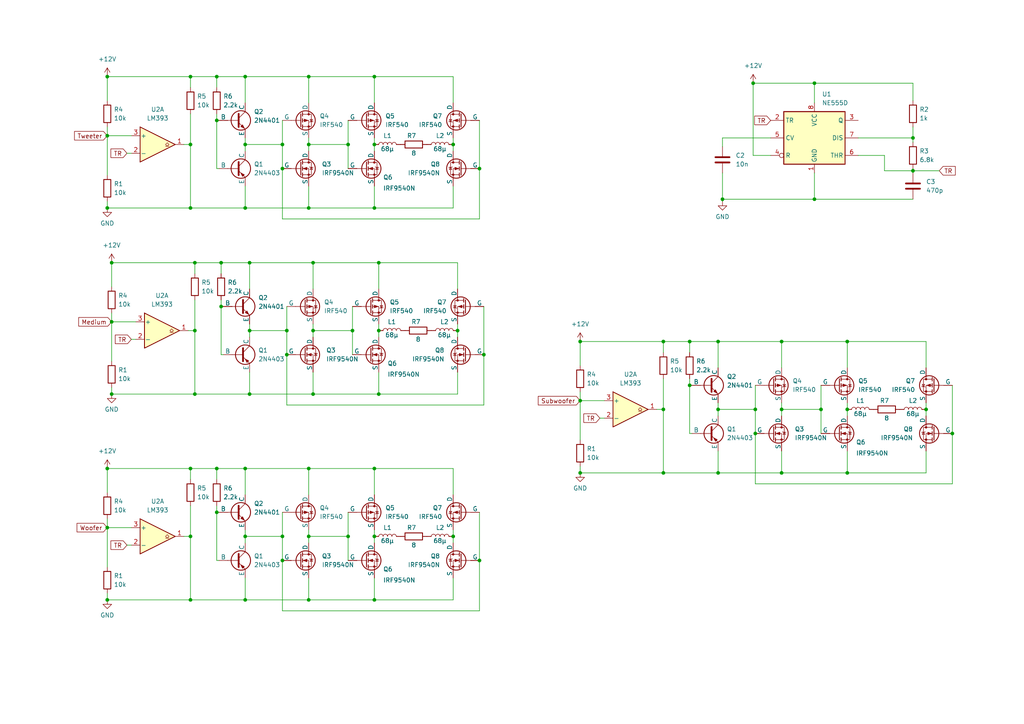
<source format=kicad_sch>
(kicad_sch (version 20230121) (generator eeschema)
  (paper "A4")
  (junction (at 32.385 76.2))
  (junction (at 31.115 153.035))
  (junction (at 276.225 125.73))
  (junction (at 71.12 41.91))
  (junction (at 31.115 60.325))
  (junction (at 81.915 155.575))
  (junction (at 89.535 135.89))
  (junction (at 264.795 40.005))
  (junction (at 102.235 95.885))
  (junction (at 109.855 114.3))
  (junction (at 236.22 57.785))
  (junction (at 245.745 99.06))
  (junction (at 71.12 60.325))
  (junction (at 72.39 114.3))
  (junction (at 62.865 22.225))
  (junction (at 62.865 148.59))
  (junction (at 108.585 173.99))
  (junction (at 89.535 22.225))
  (junction (at 139.065 162.56))
  (junction (at 109.855 76.2))
  (junction (at 83.185 95.885))
  (junction (at 56.515 95.885))
  (junction (at 108.585 60.325))
  (junction (at 31.115 173.99))
  (junction (at 208.28 99.06))
  (junction (at 31.115 39.37))
  (junction (at 245.745 118.745))
  (junction (at 139.065 48.895))
  (junction (at 131.445 41.91))
  (junction (at 245.745 137.16))
  (junction (at 32.385 114.3))
  (junction (at 192.405 137.16))
  (junction (at 64.135 88.9))
  (junction (at 192.405 99.06))
  (junction (at 108.585 22.225))
  (junction (at 89.535 155.575))
  (junction (at 55.245 60.325))
  (junction (at 264.795 49.53))
  (junction (at 90.805 114.3))
  (junction (at 72.39 76.2))
  (junction (at 100.965 155.575))
  (junction (at 226.695 99.06))
  (junction (at 200.025 99.06))
  (junction (at 132.715 95.885))
  (junction (at 226.695 118.745))
  (junction (at 55.245 41.91))
  (junction (at 31.115 135.89))
  (junction (at 109.855 95.885))
  (junction (at 208.28 137.16))
  (junction (at 192.405 118.745))
  (junction (at 71.12 173.99))
  (junction (at 71.12 155.575))
  (junction (at 168.275 137.16))
  (junction (at 100.965 41.91))
  (junction (at 168.275 116.205))
  (junction (at 55.245 135.89))
  (junction (at 140.335 102.87))
  (junction (at 218.44 24.13))
  (junction (at 55.245 173.99))
  (junction (at 108.585 41.91))
  (junction (at 226.695 137.16))
  (junction (at 64.135 76.2))
  (junction (at 81.915 41.91))
  (junction (at 62.865 135.89))
  (junction (at 131.445 155.575))
  (junction (at 168.275 99.06))
  (junction (at 108.585 155.575))
  (junction (at 56.515 76.2))
  (junction (at 268.605 118.745))
  (junction (at 90.805 95.885))
  (junction (at 55.245 155.575))
  (junction (at 236.22 24.13))
  (junction (at 71.12 135.89))
  (junction (at 200.025 111.76))
  (junction (at 108.585 135.89))
  (junction (at 83.185 102.87))
  (junction (at 55.245 22.225))
  (junction (at 208.28 118.745))
  (junction (at 32.385 93.345))
  (junction (at 238.125 118.745))
  (junction (at 89.535 173.99))
  (junction (at 209.55 57.785))
  (junction (at 56.515 114.3))
  (junction (at 72.39 95.885))
  (junction (at 31.115 22.225))
  (junction (at 81.915 48.895))
  (junction (at 219.075 118.745))
  (junction (at 62.865 34.925))
  (junction (at 81.915 162.56))
  (junction (at 90.805 76.2))
  (junction (at 89.535 60.325))
  (junction (at 219.075 125.73))
  (junction (at 71.12 22.225))
  (junction (at 89.535 41.91))
  (wire (pts (xy 89.535 173.99) (xy 108.585 173.99)))
  (wire (pts (xy 226.695 118.745) (xy 238.125 118.745)))
  (wire (pts (xy 264.795 49.53) (xy 272.415 49.53)))
  (wire (pts (xy 238.125 111.76) (xy 238.125 118.745)))
  (wire (pts (xy 109.855 76.2) (xy 109.855 83.82)))
  (wire (pts (xy 31.115 60.325) (xy 55.245 60.325)))
  (wire (pts (xy 109.855 76.2) (xy 90.805 76.2)))
  (wire (pts (xy 173.99 121.285) (xy 175.26 121.285)))
  (wire (pts (xy 89.535 135.89) (xy 89.535 143.51)))
  (wire (pts (xy 81.915 41.91) (xy 81.915 48.895)))
  (wire (pts (xy 56.515 86.995) (xy 56.515 95.885)))
  (wire (pts (xy 238.125 118.745) (xy 238.125 125.73)))
  (wire (pts (xy 72.39 114.3) (xy 90.805 114.3)))
  (wire (pts (xy 56.515 79.375) (xy 56.515 76.2)))
  (wire (pts (xy 71.12 167.64) (xy 71.12 173.99)))
  (wire (pts (xy 89.535 22.225) (xy 89.535 29.845)))
  (wire (pts (xy 62.865 135.89) (xy 62.865 139.065)))
  (wire (pts (xy 168.275 113.665) (xy 168.275 116.205)))
  (wire (pts (xy 192.405 99.06) (xy 200.025 99.06)))
  (wire (pts (xy 131.445 155.575) (xy 131.445 157.48)))
  (wire (pts (xy 245.745 99.06) (xy 226.695 99.06)))
  (wire (pts (xy 55.245 22.225) (xy 62.865 22.225)))
  (wire (pts (xy 245.745 130.81) (xy 245.745 137.16)))
  (wire (pts (xy 31.115 39.37) (xy 31.115 50.8)))
  (wire (pts (xy 89.535 155.575) (xy 89.535 157.48)))
  (wire (pts (xy 208.28 118.745) (xy 208.28 120.65)))
  (wire (pts (xy 168.275 116.205) (xy 168.275 127.635)))
  (wire (pts (xy 276.225 125.73) (xy 276.225 140.335)))
  (wire (pts (xy 168.275 135.255) (xy 168.275 137.16)))
  (wire (pts (xy 256.54 45.085) (xy 248.92 45.085)))
  (wire (pts (xy 139.065 148.59) (xy 139.065 162.56)))
  (wire (pts (xy 264.795 40.005) (xy 264.795 41.275)))
  (wire (pts (xy 31.115 135.89) (xy 55.245 135.89)))
  (wire (pts (xy 90.805 95.885) (xy 102.235 95.885)))
  (wire (pts (xy 31.115 58.42) (xy 31.115 60.325)))
  (wire (pts (xy 71.12 60.325) (xy 89.535 60.325)))
  (wire (pts (xy 108.585 22.225) (xy 89.535 22.225)))
  (wire (pts (xy 245.745 116.84) (xy 245.745 118.745)))
  (wire (pts (xy 71.12 22.225) (xy 71.12 29.845)))
  (wire (pts (xy 64.135 76.2) (xy 72.39 76.2)))
  (wire (pts (xy 32.385 76.2) (xy 32.385 83.185)))
  (wire (pts (xy 219.075 125.73) (xy 219.075 140.335)))
  (wire (pts (xy 56.515 76.2) (xy 64.135 76.2)))
  (wire (pts (xy 31.115 39.37) (xy 38.1 39.37)))
  (wire (pts (xy 131.445 153.67) (xy 131.445 155.575)))
  (wire (pts (xy 62.865 148.59) (xy 63.5 148.59)))
  (wire (pts (xy 55.245 155.575) (xy 53.34 155.575)))
  (wire (pts (xy 108.585 53.975) (xy 108.585 60.325)))
  (wire (pts (xy 62.865 162.56) (xy 63.5 162.56)))
  (wire (pts (xy 226.695 99.06) (xy 226.695 106.68)))
  (wire (pts (xy 81.915 177.165) (xy 139.065 177.165)))
  (wire (pts (xy 81.915 34.925) (xy 81.915 41.91)))
  (wire (pts (xy 100.965 148.59) (xy 100.965 155.575)))
  (wire (pts (xy 55.245 135.89) (xy 62.865 135.89)))
  (wire (pts (xy 226.695 118.745) (xy 226.695 120.65)))
  (wire (pts (xy 200.025 111.76) (xy 200.025 125.73)))
  (wire (pts (xy 71.12 41.91) (xy 71.12 43.815)))
  (wire (pts (xy 89.535 41.91) (xy 89.535 43.815)))
  (wire (pts (xy 81.915 63.5) (xy 139.065 63.5)))
  (wire (pts (xy 223.52 40.005) (xy 209.55 40.005)))
  (wire (pts (xy 236.22 24.13) (xy 218.44 24.13)))
  (wire (pts (xy 276.225 111.76) (xy 276.225 125.73)))
  (wire (pts (xy 108.585 173.99) (xy 131.445 173.99)))
  (wire (pts (xy 256.54 49.53) (xy 256.54 45.085)))
  (wire (pts (xy 100.965 41.91) (xy 100.965 48.895)))
  (wire (pts (xy 83.185 117.475) (xy 140.335 117.475)))
  (wire (pts (xy 140.335 102.87) (xy 140.335 117.475)))
  (wire (pts (xy 192.405 137.16) (xy 208.28 137.16)))
  (wire (pts (xy 268.605 118.745) (xy 268.605 120.65)))
  (wire (pts (xy 62.865 34.925) (xy 63.5 34.925)))
  (wire (pts (xy 90.805 114.3) (xy 90.805 107.95)))
  (wire (pts (xy 31.115 36.83) (xy 31.115 39.37)))
  (wire (pts (xy 192.405 137.16) (xy 192.405 118.745)))
  (wire (pts (xy 55.245 139.065) (xy 55.245 135.89)))
  (wire (pts (xy 81.915 162.56) (xy 81.915 177.165)))
  (wire (pts (xy 62.865 148.59) (xy 62.865 162.56)))
  (wire (pts (xy 219.075 140.335) (xy 276.225 140.335)))
  (wire (pts (xy 108.585 22.225) (xy 131.445 22.225)))
  (wire (pts (xy 200.025 99.06) (xy 200.025 102.235)))
  (wire (pts (xy 248.92 40.005) (xy 264.795 40.005)))
  (wire (pts (xy 81.915 155.575) (xy 81.915 162.56)))
  (wire (pts (xy 208.28 130.81) (xy 208.28 137.16)))
  (wire (pts (xy 83.185 88.9) (xy 83.185 95.885)))
  (wire (pts (xy 208.28 99.06) (xy 208.28 106.68)))
  (wire (pts (xy 64.135 88.9) (xy 64.77 88.9)))
  (wire (pts (xy 56.515 114.3) (xy 56.515 95.885)))
  (wire (pts (xy 236.22 50.165) (xy 236.22 57.785)))
  (wire (pts (xy 268.605 99.06) (xy 268.605 106.68)))
  (wire (pts (xy 219.075 111.76) (xy 219.075 118.745)))
  (wire (pts (xy 62.865 135.89) (xy 71.12 135.89)))
  (wire (pts (xy 139.065 34.925) (xy 139.065 48.895)))
  (wire (pts (xy 268.605 116.84) (xy 268.605 118.745)))
  (wire (pts (xy 55.245 60.325) (xy 71.12 60.325)))
  (wire (pts (xy 131.445 173.99) (xy 131.445 167.64)))
  (wire (pts (xy 55.245 25.4) (xy 55.245 22.225)))
  (wire (pts (xy 264.795 36.83) (xy 264.795 40.005)))
  (wire (pts (xy 209.55 50.165) (xy 209.55 57.785)))
  (wire (pts (xy 218.44 24.13) (xy 218.44 45.085)))
  (wire (pts (xy 245.745 99.06) (xy 268.605 99.06)))
  (wire (pts (xy 62.865 22.225) (xy 71.12 22.225)))
  (wire (pts (xy 109.855 114.3) (xy 132.715 114.3)))
  (wire (pts (xy 55.245 173.99) (xy 55.245 155.575)))
  (wire (pts (xy 31.115 150.495) (xy 31.115 153.035)))
  (wire (pts (xy 81.915 48.895) (xy 81.915 63.5)))
  (wire (pts (xy 131.445 22.225) (xy 131.445 29.845)))
  (wire (pts (xy 108.585 153.67) (xy 108.585 155.575)))
  (wire (pts (xy 32.385 90.805) (xy 32.385 93.345)))
  (wire (pts (xy 168.275 116.205) (xy 175.26 116.205)))
  (wire (pts (xy 90.805 93.98) (xy 90.805 95.885)))
  (wire (pts (xy 226.695 137.16) (xy 226.695 130.81)))
  (wire (pts (xy 245.745 99.06) (xy 245.745 106.68)))
  (wire (pts (xy 139.065 162.56) (xy 139.065 177.165)))
  (wire (pts (xy 81.915 148.59) (xy 81.915 155.575)))
  (wire (pts (xy 89.535 40.005) (xy 89.535 41.91)))
  (wire (pts (xy 264.795 49.53) (xy 256.54 49.53)))
  (wire (pts (xy 90.805 114.3) (xy 109.855 114.3)))
  (wire (pts (xy 62.865 146.685) (xy 62.865 148.59)))
  (wire (pts (xy 72.39 95.885) (xy 83.185 95.885)))
  (wire (pts (xy 208.28 137.16) (xy 226.695 137.16)))
  (wire (pts (xy 72.39 76.2) (xy 90.805 76.2)))
  (wire (pts (xy 131.445 60.325) (xy 131.445 53.975)))
  (wire (pts (xy 108.585 135.89) (xy 131.445 135.89)))
  (wire (pts (xy 192.405 118.745) (xy 190.5 118.745)))
  (wire (pts (xy 32.385 76.2) (xy 56.515 76.2)))
  (wire (pts (xy 109.855 95.885) (xy 109.855 97.79)))
  (wire (pts (xy 168.275 137.16) (xy 192.405 137.16)))
  (wire (pts (xy 102.235 88.9) (xy 102.235 95.885)))
  (wire (pts (xy 32.385 112.395) (xy 32.385 114.3)))
  (wire (pts (xy 226.695 137.16) (xy 245.745 137.16)))
  (wire (pts (xy 226.695 116.84) (xy 226.695 118.745)))
  (wire (pts (xy 209.55 40.005) (xy 209.55 42.545)))
  (wire (pts (xy 236.22 24.13) (xy 236.22 29.845)))
  (wire (pts (xy 109.855 93.98) (xy 109.855 95.885)))
  (wire (pts (xy 132.715 95.885) (xy 132.715 97.79)))
  (wire (pts (xy 62.865 22.225) (xy 62.865 25.4)))
  (wire (pts (xy 108.585 40.005) (xy 108.585 41.91)))
  (wire (pts (xy 31.115 22.225) (xy 31.115 29.21)))
  (wire (pts (xy 72.39 76.2) (xy 72.39 83.82)))
  (wire (pts (xy 108.585 41.91) (xy 108.585 43.815)))
  (wire (pts (xy 55.245 60.325) (xy 55.245 41.91)))
  (wire (pts (xy 139.065 48.895) (xy 139.065 63.5)))
  (wire (pts (xy 31.115 173.99) (xy 55.245 173.99)))
  (wire (pts (xy 55.245 146.685) (xy 55.245 155.575)))
  (wire (pts (xy 62.865 34.925) (xy 62.865 48.895)))
  (wire (pts (xy 168.275 99.06) (xy 192.405 99.06)))
  (wire (pts (xy 72.39 107.95) (xy 72.39 114.3)))
  (wire (pts (xy 71.12 155.575) (xy 71.12 157.48)))
  (wire (pts (xy 83.185 95.885) (xy 83.185 102.87)))
  (wire (pts (xy 108.585 155.575) (xy 108.585 157.48)))
  (wire (pts (xy 71.12 53.975) (xy 71.12 60.325)))
  (wire (pts (xy 36.83 44.45) (xy 38.1 44.45)))
  (wire (pts (xy 140.335 88.9) (xy 140.335 102.87)))
  (wire (pts (xy 209.55 57.785) (xy 209.55 58.42)))
  (wire (pts (xy 208.28 116.84) (xy 208.28 118.745)))
  (wire (pts (xy 131.445 135.89) (xy 131.445 143.51)))
  (wire (pts (xy 200.025 109.855) (xy 200.025 111.76)))
  (wire (pts (xy 32.385 93.345) (xy 32.385 104.775)))
  (wire (pts (xy 245.745 137.16) (xy 268.605 137.16)))
  (wire (pts (xy 168.275 99.06) (xy 168.275 106.045)))
  (wire (pts (xy 31.115 153.035) (xy 31.115 164.465)))
  (wire (pts (xy 71.12 41.91) (xy 81.915 41.91)))
  (wire (pts (xy 132.715 114.3) (xy 132.715 107.95)))
  (wire (pts (xy 108.585 22.225) (xy 108.585 29.845)))
  (wire (pts (xy 264.795 48.895) (xy 264.795 49.53)))
  (wire (pts (xy 131.445 40.005) (xy 131.445 41.91)))
  (wire (pts (xy 100.965 34.925) (xy 100.965 41.91)))
  (wire (pts (xy 100.965 155.575) (xy 100.965 162.56)))
  (wire (pts (xy 71.12 135.89) (xy 71.12 143.51)))
  (wire (pts (xy 89.535 153.67) (xy 89.535 155.575)))
  (wire (pts (xy 131.445 41.91) (xy 131.445 43.815)))
  (wire (pts (xy 209.55 57.785) (xy 236.22 57.785)))
  (wire (pts (xy 38.1 98.425) (xy 39.37 98.425)))
  (wire (pts (xy 108.585 60.325) (xy 131.445 60.325)))
  (wire (pts (xy 108.585 135.89) (xy 108.585 143.51)))
  (wire (pts (xy 62.865 33.02) (xy 62.865 34.925)))
  (wire (pts (xy 31.115 153.035) (xy 38.1 153.035)))
  (wire (pts (xy 71.12 22.225) (xy 89.535 22.225)))
  (wire (pts (xy 32.385 93.345) (xy 39.37 93.345)))
  (wire (pts (xy 264.795 24.13) (xy 264.795 29.21)))
  (wire (pts (xy 108.585 167.64) (xy 108.585 173.99)))
  (wire (pts (xy 71.12 173.99) (xy 89.535 173.99)))
  (wire (pts (xy 200.025 125.73) (xy 200.66 125.73)))
  (wire (pts (xy 90.805 95.885) (xy 90.805 97.79)))
  (wire (pts (xy 64.135 102.87) (xy 64.77 102.87)))
  (wire (pts (xy 62.865 48.895) (xy 63.5 48.895)))
  (wire (pts (xy 55.245 41.91) (xy 53.34 41.91)))
  (wire (pts (xy 192.405 109.855) (xy 192.405 118.745)))
  (wire (pts (xy 83.185 102.87) (xy 83.185 117.475)))
  (wire (pts (xy 89.535 173.99) (xy 89.535 167.64)))
  (wire (pts (xy 56.515 114.3) (xy 72.39 114.3)))
  (wire (pts (xy 31.115 22.225) (xy 55.245 22.225)))
  (wire (pts (xy 56.515 95.885) (xy 54.61 95.885)))
  (wire (pts (xy 218.44 45.085) (xy 223.52 45.085)))
  (wire (pts (xy 132.715 76.2) (xy 132.715 83.82)))
  (wire (pts (xy 64.135 86.995) (xy 64.135 88.9)))
  (wire (pts (xy 192.405 102.235) (xy 192.405 99.06)))
  (wire (pts (xy 245.745 118.745) (xy 245.745 120.65)))
  (wire (pts (xy 32.385 114.3) (xy 56.515 114.3)))
  (wire (pts (xy 64.135 88.9) (xy 64.135 102.87)))
  (wire (pts (xy 264.795 49.53) (xy 264.795 50.165)))
  (wire (pts (xy 90.805 76.2) (xy 90.805 83.82)))
  (wire (pts (xy 36.83 158.115) (xy 38.1 158.115)))
  (wire (pts (xy 236.22 57.785) (xy 264.795 57.785)))
  (wire (pts (xy 219.075 118.745) (xy 219.075 125.73)))
  (wire (pts (xy 31.115 172.085) (xy 31.115 173.99)))
  (wire (pts (xy 89.535 155.575) (xy 100.965 155.575)))
  (wire (pts (xy 72.39 95.885) (xy 72.39 97.79)))
  (wire (pts (xy 200.025 111.76) (xy 200.66 111.76)))
  (wire (pts (xy 55.245 33.02) (xy 55.245 41.91)))
  (wire (pts (xy 208.28 99.06) (xy 226.695 99.06)))
  (wire (pts (xy 31.115 135.89) (xy 31.115 142.875)))
  (wire (pts (xy 71.12 40.005) (xy 71.12 41.91)))
  (wire (pts (xy 89.535 41.91) (xy 100.965 41.91)))
  (wire (pts (xy 71.12 155.575) (xy 81.915 155.575)))
  (wire (pts (xy 71.12 135.89) (xy 89.535 135.89)))
  (wire (pts (xy 72.39 93.98) (xy 72.39 95.885)))
  (wire (pts (xy 89.535 60.325) (xy 108.585 60.325)))
  (wire (pts (xy 200.025 99.06) (xy 208.28 99.06)))
  (wire (pts (xy 102.235 95.885) (xy 102.235 102.87)))
  (wire (pts (xy 109.855 76.2) (xy 132.715 76.2)))
  (wire (pts (xy 132.715 93.98) (xy 132.715 95.885)))
  (wire (pts (xy 264.795 24.13) (xy 236.22 24.13)))
  (wire (pts (xy 268.605 137.16) (xy 268.605 130.81)))
  (wire (pts (xy 109.855 107.95) (xy 109.855 114.3)))
  (wire (pts (xy 64.135 76.2) (xy 64.135 79.375)))
  (wire (pts (xy 89.535 60.325) (xy 89.535 53.975)))
  (wire (pts (xy 55.245 173.99) (xy 71.12 173.99)))
  (wire (pts (xy 208.28 118.745) (xy 219.075 118.745)))
  (wire (pts (xy 71.12 153.67) (xy 71.12 155.575)))
  (wire (pts (xy 108.585 135.89) (xy 89.535 135.89)))
  (global_label "TR" (shape input) (at 36.83 44.45 180) (property "Intersheetrefs" "${INTERSHEET_REFS}" (effects hide)))
  (global_label "TR" (shape input) (at 36.83 158.115 180) (property "Intersheetrefs" "${INTERSHEET_REFS}" (effects hide)))
  (global_label "Woofer" (shape input) (at 31.115 153.035 180) (property "Intersheetrefs" "${INTERSHEET_REFS}" (effects hide)))
  (global_label "Medium" (shape input) (at 32.385 93.345 180) (property "Intersheetrefs" "${INTERSHEET_REFS}" (effects hide)))
  (global_label "TR" (shape input) (at 223.52 34.925 180) (property "Intersheetrefs" "${INTERSHEET_REFS}" (effects hide)))
  (global_label "Tweeter" (shape input) (at 31.115 39.37 180) (property "Intersheetrefs" "${INTERSHEET_REFS}" (effects hide)))
  (global_label "TR" (shape input) (at 38.1 98.425 180) (property "Intersheetrefs" "${INTERSHEET_REFS}" (effects hide)))
  (global_label "TR" (shape input) (at 173.99 121.285 180) (property "Intersheetrefs" "${INTERSHEET_REFS}" (effects hide)))
  (global_label "Subwoofer" (shape input) (at 168.275 116.205 180) (property "Intersheetrefs" "${INTERSHEET_REFS}" (effects hide)))
  (global_label "TR" (shape input) (at 272.415 49.53 0) (property "Intersheetrefs" "${INTERSHEET_REFS}" (effects hide)))
  (symbol (lib_id "power:GND") (at 31.115 173.99 0) (unit 1)
    (property "Reference" "#PWR010" (effects hide))
    (property "Value" "GND" (at 31.115 178.435 0))
    (instances (project "Equalizer_classe_D" (path "" (reference "#PWR010") (unit 1)) (path "" (reference "#PWR018") (unit 1)) (path "" (reference "#PWR078") (unit 1))))
  )
  (symbol (lib_id "Simulation_SPICE:PNP") (at 205.74 125.73 0) (unit 1)
    (property "Reference" "Q1" (at 210.82 124.46 0) (effects (justify left)))
    (property "Value" "2N4403" (at 210.82 127 0) (effects (justify left)))
    (property "Sim.Device" "PNP" (effects hide))
    (property "Sim.Type" "GUMMELPOON" (effects hide))
    (property "Sim.Pins" "1=C 2=B 3=E" (effects hide))
    (instances (project "Equalizer_classe_D" (path "" (reference "Q1") (unit 1)) (path "" (reference "Q34") (unit 1)) (path "" (reference "Q24") (unit 1))))
  )
  (symbol (lib_id "Device:R") (at 120.015 155.575 90) (unit 1)
    (property "Reference" "R7" (at 119.38 153.035 90))
    (property "Value" "8" (at 120.015 158.115 90))
    (property "Footprint" "Resistor_SMD:R_0805_2012Metric_Pad1.20x1.40mm_HandSolder" (effects hide))
    (instances (project "Equalizer_classe_D" (path "" (reference "R7") (unit 1)) (path "" (reference "R35") (unit 1)) (path "" (reference "R87") (unit 1))))
  )
  (symbol (lib_id "power:GND") (at 168.275 137.16 0) (unit 1)
    (property "Reference" "#PWR010" (effects hide))
    (property "Value" "GND" (at 168.275 141.605 0))
    (instances (project "Equalizer_classe_D" (path "" (reference "#PWR010") (unit 1)) (path "" (reference "#PWR018") (unit 1)) (path "" (reference "#PWR069") (unit 1))))
  )
  (symbol (lib_id "Device:R") (at 64.135 83.185 0) (unit 1)
    (property "Reference" "R6" (at 66.04 81.915 0) (effects (justify left)))
    (property "Value" "2.2k" (at 66.04 84.455 0) (effects (justify left)))
    (property "Footprint" "Resistor_SMD:R_0805_2012Metric_Pad1.20x1.40mm_HandSolder" (effects hide))
    (instances (project "Equalizer_classe_D" (path "" (reference "R6") (unit 1)) (path "" (reference "R32") (unit 1)) (path "" (reference "R79") (unit 1))))
  )
  (symbol (lib_id "Device:R") (at 32.385 108.585 0) (unit 1)
    (property "Reference" "R1" (at 34.29 107.315 0) (effects (justify left)))
    (property "Value" "10k" (at 34.29 109.855 0) (effects (justify left)))
    (property "Footprint" "Resistor_SMD:R_0805_2012Metric_Pad1.20x1.40mm_HandSolder" (effects hide))
    (instances (project "Equalizer_classe_D" (path "" (reference "R1") (unit 1)) (path "" (reference "R24") (unit 1)) (path "" (reference "R77") (unit 1))))
  )
  (symbol (lib_id "Simulation_SPICE:NMOS") (at 106.045 162.56 0) (unit 1)
    (property "Reference" "Q6" (at 111.125 165.1 0) (effects (justify left)))
    (property "Value" "IRF9540N" (at 111.125 168.275 0) (effects (justify left)))
    (property "Footprint" "Package_TO_SOT_THT:TO-220-3_Vertical" (effects hide))
    (property "Datasheet" "https://ngspice.sourceforge.io/docs/ngspice-manual.pdf" (effects hide))
    (property "Sim.Device" "IRF6644" (effects hide))
    (property "Sim.Type" "VDMOS" (effects hide))
    (property "Sim.Pins" "1=D 2=G 3=S" (effects hide))
    (property "Commande" "https://fr.aliexpress.com/item/33009989924.html?spm=a2g0o.productlist.main.5.4f09149fLkm7qS&algo_pvid=9472fb8c-b9b8-4773-a39a-4eafbc2fdead&utparam-url=scene%3Asearch%7Cquery_from%3A" (effects hide))
    (instances (project "Equalizer_classe_D" (path "" (reference "Q6") (unit 1)) (path "" (reference "Q46") (unit 1)) (path "" (reference "Q20") (unit 1))))
  )
  (symbol (lib_id "Device:L") (at 128.905 95.885 90) (unit 1)
    (property "Reference" "L2" (at 128.905 93.345 90))
    (property "Value" "68µ" (at 128.905 97.155 90))
    (property "Footprint" "Inductor_SMD:L_10.4x10.4_H4.8" (effects hide))
    (instances (project "Equalizer_classe_D" (path "" (reference "L2") (unit 1)) (path "" (reference "L12") (unit 1)) (path "" (reference "L2") (unit 1))))
  )
  (symbol (lib_id "Simulation_SPICE:PMOS") (at 107.315 88.9 0) (unit 1)
    (property "Reference" "Q5" (at 113.03 87.63 0) (effects (justify left)))
    (property "Value" "IRF540" (at 113.03 90.17 0) (effects (justify left)))
    (property "Footprint" "Package_TO_SOT_THT:TO-220-3_Vertical" (effects hide))
    (property "Datasheet" "https://ngspice.sourceforge.io/docs/ngspice-manual.pdf" (effects hide))
    (property "Sim.Device" "IRF9640" (effects hide))
    (property "Sim.Type" "VDMOS" (effects hide))
    (property "Sim.Pins" "1=D 2=G 3=S" (effects hide))
    (property "Commande" "https://fr.aliexpress.com/item/1005006136650349.html?spm=a2g0o.productlist.main.1.1e545041wAlVA0&algo_pvid=8c812f70-bfcd-4a20-86a5-d8c8f9adc4f8&utparam-url=scene%3Asearch%7Cquery_from%3A" (effects hide))
    (instances (project "Equalizer_classe_D" (path "" (reference "Q5") (unit 1)) (path "" (reference "Q45") (unit 1)) (path "" (reference "Q11") (unit 1))))
  )
  (symbol (lib_id "Simulation_SPICE:NPN") (at 69.85 88.9 0) (unit 1)
    (property "Reference" "Q2" (at 74.93 86.36 0) (effects (justify left)))
    (property "Value" "2N4401" (at 74.93 88.9 0) (effects (justify left)))
    (property "Sim.Device" "NPN" (effects hide))
    (property "Sim.Type" "GUMMELPOON" (effects hide))
    (property "Sim.Pins" "1=C 2=B 3=E" (effects hide))
    (instances (project "Equalizer_classe_D" (path "" (reference "Q2") (unit 1)) (path "" (reference "Q33") (unit 1)) (path "" (reference "Q7") (unit 1))))
  )
  (symbol (lib_id "Device:R") (at 120.015 41.91 90) (unit 1)
    (property "Reference" "R7" (at 119.38 39.37 90))
    (property "Value" "8" (at 120.015 44.45 90))
    (property "Footprint" "Resistor_SMD:R_0805_2012Metric_Pad1.20x1.40mm_HandSolder" (effects hide))
    (instances (project "Equalizer_classe_D" (path "" (reference "R7") (unit 1)) (path "" (reference "R35") (unit 1)) (path "" (reference "R50") (unit 1))))
  )
  (symbol (lib_id "Device:R") (at 121.285 95.885 90) (unit 1)
    (property "Reference" "R7" (at 120.65 93.345 90))
    (property "Value" "8" (at 121.285 98.425 90))
    (property "Footprint" "Resistor_SMD:R_0805_2012Metric_Pad1.20x1.40mm_HandSolder" (effects hide))
    (instances (project "Equalizer_classe_D" (path "" (reference "R7") (unit 1)) (path "" (reference "R35") (unit 1)) (path "" (reference "R80") (unit 1))))
  )
  (symbol (lib_id "Simulation_SPICE:NMOS") (at 133.985 162.56 0) (mirror y) (unit 1)
    (property "Reference" "Q8" (at 127.635 161.29 0) (effects (justify left)))
    (property "Value" "IRF9540N" (at 127.635 163.83 0) (effects (justify left)))
    (property "Footprint" "Package_TO_SOT_THT:TO-220-3_Vertical" (effects hide))
    (property "Datasheet" "https://ngspice.sourceforge.io/docs/ngspice-manual.pdf" (effects hide))
    (property "Sim.Device" "IRF6644" (effects hide))
    (property "Sim.Type" "VDMOS" (effects hide))
    (property "Sim.Pins" "1=D 2=G 3=S" (effects hide))
    (property "Commande" "https://fr.aliexpress.com/item/33009989924.html?spm=a2g0o.productlist.main.5.4f09149fLkm7qS&algo_pvid=9472fb8c-b9b8-4773-a39a-4eafbc2fdead&utparam-url=scene%3Asearch%7Cquery_from%3A" (effects hide))
    (instances (project "Equalizer_classe_D" (path "" (reference "Q8") (unit 1)) (path "" (reference "Q52") (unit 1)) (path "" (reference "Q22") (unit 1))))
  )
  (symbol (lib_id "Simulation_SPICE:NPN") (at 68.58 34.925 0) (unit 1)
    (property "Reference" "Q2" (at 73.66 32.385 0) (effects (justify left)))
    (property "Value" "2N4401" (at 73.66 34.925 0) (effects (justify left)))
    (property "Sim.Device" "NPN" (effects hide))
    (property "Sim.Type" "GUMMELPOON" (effects hide))
    (property "Sim.Pins" "1=C 2=B 3=E" (effects hide))
    (instances (project "Equalizer_classe_D" (path "" (reference "Q2") (unit 1)) (path "" (reference "Q33") (unit 1)) (path "" (reference "Q57") (unit 1))))
  )
  (symbol (lib_id "Device:R") (at 168.275 131.445 0) (unit 1)
    (property "Reference" "R1" (at 170.18 130.175 0) (effects (justify left)))
    (property "Value" "10k" (at 170.18 132.715 0) (effects (justify left)))
    (property "Footprint" "Resistor_SMD:R_0805_2012Metric_Pad1.20x1.40mm_HandSolder" (effects hide))
    (instances (project "Equalizer_classe_D" (path "" (reference "R1") (unit 1)) (path "" (reference "R24") (unit 1)) (path "" (reference "R91") (unit 1))))
  )
  (symbol (lib_id "Simulation_SPICE:PMOS") (at 133.985 34.925 0) (mirror y) (unit 1)
    (property "Reference" "Q7" (at 128.27 33.655 0) (effects (justify left)))
    (property "Value" "IRF540" (at 128.27 36.195 0) (effects (justify left)))
    (property "Footprint" "Package_TO_SOT_THT:TO-220-3_Vertical" (effects hide))
    (property "Datasheet" "https://ngspice.sourceforge.io/docs/ngspice-manual.pdf" (effects hide))
    (property "Sim.Device" "IRF9640" (effects hide))
    (property "Sim.Type" "VDMOS" (effects hide))
    (property "Sim.Pins" "1=D 2=G 3=S" (effects hide))
    (property "Commande" "https://fr.aliexpress.com/item/1005006136650349.html?spm=a2g0o.productlist.main.1.1e545041wAlVA0&algo_pvid=8c812f70-bfcd-4a20-86a5-d8c8f9adc4f8&utparam-url=scene%3Asearch%7Cquery_from%3A" (effects hide))
    (instances (project "Equalizer_classe_D" (path "" (reference "Q7") (unit 1)) (path "" (reference "Q51") (unit 1)) (path "" (reference "Q75") (unit 1))))
  )
  (symbol (lib_id "Simulation_SPICE:NMOS") (at 86.995 162.56 0) (unit 1)
    (property "Reference" "Q3" (at 93.345 161.29 0) (effects (justify left)))
    (property "Value" "IRF9540N" (at 93.345 163.83 0) (effects (justify left)))
    (property "Footprint" "Package_TO_SOT_THT:TO-220-3_Vertical" (effects hide))
    (property "Datasheet" "https://ngspice.sourceforge.io/docs/ngspice-manual.pdf" (effects hide))
    (property "Sim.Device" "IRF6644" (effects hide))
    (property "Sim.Type" "VDMOS" (effects hide))
    (property "Sim.Pins" "1=D 2=G 3=S" (effects hide))
    (property "Commande" "https://fr.aliexpress.com/item/33009989924.html?spm=a2g0o.productlist.main.5.4f09149fLkm7qS&algo_pvid=9472fb8c-b9b8-4773-a39a-4eafbc2fdead&utparam-url=scene%3Asearch%7Cquery_from%3A" (effects hide))
    (instances (project "Equalizer_classe_D" (path "" (reference "Q3") (unit 1)) (path "" (reference "Q40") (unit 1)) (path "" (reference "Q18") (unit 1))))
  )
  (symbol (lib_id "Simulation_SPICE:PMOS") (at 106.045 148.59 0) (unit 1)
    (property "Reference" "Q5" (at 111.76 147.32 0) (effects (justify left)))
    (property "Value" "IRF540" (at 111.76 149.86 0) (effects (justify left)))
    (property "Footprint" "Package_TO_SOT_THT:TO-220-3_Vertical" (effects hide))
    (property "Datasheet" "https://ngspice.sourceforge.io/docs/ngspice-manual.pdf" (effects hide))
    (property "Sim.Device" "IRF9640" (effects hide))
    (property "Sim.Type" "VDMOS" (effects hide))
    (property "Sim.Pins" "1=D 2=G 3=S" (effects hide))
    (property "Commande" "https://fr.aliexpress.com/item/1005006136650349.html?spm=a2g0o.productlist.main.1.1e545041wAlVA0&algo_pvid=8c812f70-bfcd-4a20-86a5-d8c8f9adc4f8&utparam-url=scene%3Asearch%7Cquery_from%3A" (effects hide))
    (instances (project "Equalizer_classe_D" (path "" (reference "Q5") (unit 1)) (path "" (reference "Q45") (unit 1)) (path "" (reference "Q19") (unit 1))))
  )
  (symbol (lib_id "Device:R") (at 55.245 29.21 0) (unit 1)
    (property "Reference" "R5" (at 57.15 27.94 0) (effects (justify left)))
    (property "Value" "10k" (at 57.15 30.48 0) (effects (justify left)))
    (property "Footprint" "Resistor_SMD:R_0805_2012Metric_Pad1.20x1.40mm_HandSolder" (effects hide))
    (instances (project "Equalizer_classe_D" (path "" (reference "R5") (unit 1)) (path "" (reference "R29") (unit 1)) (path "" (reference "R44") (unit 1))))
  )
  (symbol (lib_id "Simulation_SPICE:NMOS") (at 86.995 48.895 0) (unit 1)
    (property "Reference" "Q3" (at 93.345 47.625 0) (effects (justify left)))
    (property "Value" "IRF9540N" (at 93.345 50.165 0) (effects (justify left)))
    (property "Footprint" "Package_TO_SOT_THT:TO-220-3_Vertical" (effects hide))
    (property "Datasheet" "https://ngspice.sourceforge.io/docs/ngspice-manual.pdf" (effects hide))
    (property "Sim.Device" "IRF6644" (effects hide))
    (property "Sim.Type" "VDMOS" (effects hide))
    (property "Sim.Pins" "1=D 2=G 3=S" (effects hide))
    (property "Commande" "https://fr.aliexpress.com/item/33009989924.html?spm=a2g0o.productlist.main.5.4f09149fLkm7qS&algo_pvid=9472fb8c-b9b8-4773-a39a-4eafbc2fdead&utparam-url=scene%3Asearch%7Cquery_from%3A" (effects hide))
    (instances (project "Equalizer_classe_D" (path "" (reference "Q3") (unit 1)) (path "" (reference "Q40") (unit 1)) (path "" (reference "Q64") (unit 1))))
  )
  (symbol (lib_id "Device:L") (at 249.555 118.745 90) (unit 1)
    (property "Reference" "L1" (at 249.555 116.205 90))
    (property "Value" "68µ" (at 249.555 120.015 90))
    (property "Footprint" "Inductor_SMD:L_10.4x10.4_H4.8" (effects hide))
    (instances (project "Equalizer_classe_D" (path "" (reference "L1") (unit 1)) (path "" (reference "L9") (unit 1)) (path "" (reference "L5") (unit 1))))
  )
  (symbol (lib_id "Simulation_SPICE:PNP") (at 68.58 48.895 0) (unit 1)
    (property "Reference" "Q1" (at 73.66 47.625 0) (effects (justify left)))
    (property "Value" "2N4403" (at 73.66 50.165 0) (effects (justify left)))
    (property "Sim.Device" "PNP" (effects hide))
    (property "Sim.Type" "GUMMELPOON" (effects hide))
    (property "Sim.Pins" "1=C 2=B 3=E" (effects hide))
    (instances (project "Equalizer_classe_D" (path "" (reference "Q1") (unit 1)) (path "" (reference "Q34") (unit 1)) (path "" (reference "Q58") (unit 1))))
  )
  (symbol (lib_id "Simulation_SPICE:NMOS") (at 107.315 102.87 0) (unit 1)
    (property "Reference" "Q6" (at 112.395 105.41 0) (effects (justify left)))
    (property "Value" "IRF9540N" (at 112.395 108.585 0) (effects (justify left)))
    (property "Footprint" "Package_TO_SOT_THT:TO-220-3_Vertical" (effects hide))
    (property "Datasheet" "https://ngspice.sourceforge.io/docs/ngspice-manual.pdf" (effects hide))
    (property "Sim.Device" "IRF6644" (effects hide))
    (property "Sim.Type" "VDMOS" (effects hide))
    (property "Sim.Pins" "1=D 2=G 3=S" (effects hide))
    (property "Commande" "https://fr.aliexpress.com/item/33009989924.html?spm=a2g0o.productlist.main.5.4f09149fLkm7qS&algo_pvid=9472fb8c-b9b8-4773-a39a-4eafbc2fdead&utparam-url=scene%3Asearch%7Cquery_from%3A" (effects hide))
    (instances (project "Equalizer_classe_D" (path "" (reference "Q6") (unit 1)) (path "" (reference "Q46") (unit 1)) (path "" (reference "Q12") (unit 1))))
  )
  (symbol (lib_id "Comparator:LM393") (at 45.72 155.575 0) (unit 1)
    (property "Reference" "U2" (at 45.72 145.415 0))
    (property "Value" "LM393" (at 45.72 147.955 0))
    (property "Footprint" "Package_SO:SOP-8_3.9x4.9mm_P1.27mm" (effects hide))
    (property "Datasheet" "http://www.ti.com/lit/ds/symlink/lm393.pdf" (effects hide))
    (instances (project "Equalizer_classe_D" (path "" (reference "U2") (unit 1)) (path "" (reference "U6") (unit 1)) (path "" (reference "U10") (unit 1))))
  )
  (symbol (lib_id "Device:L") (at 112.395 155.575 90) (unit 1)
    (property "Reference" "L1" (at 112.395 153.035 90))
    (property "Value" "68µ" (at 112.395 156.845 90))
    (property "Footprint" "Inductor_SMD:L_10.4x10.4_H4.8" (effects hide))
    (instances (project "Equalizer_classe_D" (path "" (reference "L1") (unit 1)) (path "" (reference "L9") (unit 1)) (path "" (reference "L3") (unit 1))))
  )
  (symbol (lib_id "power:GND") (at 209.55 58.42 0) (unit 1)
    (property "Reference" "#PWR05" (effects hide))
    (property "Value" "GND" (at 209.55 62.865 0))
    (instances (project "Equalizer_classe_D" (path "" (reference "#PWR05") (unit 1)) (path "" (reference "#PWR041") (unit 1)) (path "" (reference "#PWR049") (unit 1))))
  )
  (symbol (lib_id "Simulation_SPICE:NMOS") (at 88.265 102.87 0) (unit 1)
    (property "Reference" "Q3" (at 94.615 101.6 0) (effects (justify left)))
    (property "Value" "IRF9540N" (at 94.615 104.14 0) (effects (justify left)))
    (property "Footprint" "Package_TO_SOT_THT:TO-220-3_Vertical" (effects hide))
    (property "Datasheet" "https://ngspice.sourceforge.io/docs/ngspice-manual.pdf" (effects hide))
    (property "Sim.Device" "IRF6644" (effects hide))
    (property "Sim.Type" "VDMOS" (effects hide))
    (property "Sim.Pins" "1=D 2=G 3=S" (effects hide))
    (property "Commande" "https://fr.aliexpress.com/item/33009989924.html?spm=a2g0o.productlist.main.5.4f09149fLkm7qS&algo_pvid=9472fb8c-b9b8-4773-a39a-4eafbc2fdead&utparam-url=scene%3Asearch%7Cquery_from%3A" (effects hide))
    (instances (project "Equalizer_classe_D" (path "" (reference "Q3") (unit 1)) (path "" (reference "Q40") (unit 1)) (path "" (reference "Q10") (unit 1))))
  )
  (symbol (lib_id "Device:R") (at 62.865 142.875 0) (unit 1)
    (property "Reference" "R6" (at 64.77 141.605 0) (effects (justify left)))
    (property "Value" "2.2k" (at 64.77 144.145 0) (effects (justify left)))
    (property "Footprint" "Resistor_SMD:R_0805_2012Metric_Pad1.20x1.40mm_HandSolder" (effects hide))
    (instances (project "Equalizer_classe_D" (path "" (reference "R6") (unit 1)) (path "" (reference "R32") (unit 1)) (path "" (reference "R84") (unit 1))))
  )
  (symbol (lib_id "power:+12V") (at 218.44 24.13 0) (unit 1)
    (property "Reference" "#PWR06" (effects hide))
    (property "Value" "+12V" (at 218.44 19.05 0))
    (instances (project "Equalizer_classe_D" (path "" (reference "#PWR06") (unit 1)) (path "" (reference "#PWR044") (unit 1)) (path "" (reference "#PWR052") (unit 1))))
  )
  (symbol (lib_id "Device:R") (at 56.515 83.185 0) (unit 1)
    (property "Reference" "R5" (at 58.42 81.915 0) (effects (justify left)))
    (property "Value" "10k" (at 58.42 84.455 0) (effects (justify left)))
    (property "Footprint" "Resistor_SMD:R_0805_2012Metric_Pad1.20x1.40mm_HandSolder" (effects hide))
    (instances (project "Equalizer_classe_D" (path "" (reference "R5") (unit 1)) (path "" (reference "R29") (unit 1)) (path "" (reference "R78") (unit 1))))
  )
  (symbol (lib_id "Device:L") (at 112.395 41.91 90) (unit 1)
    (property "Reference" "L1" (at 112.395 39.37 90))
    (property "Value" "68µ" (at 112.395 43.18 90))
    (property "Footprint" "Inductor_SMD:L_10.4x10.4_H4.8" (effects hide))
    (instances (project "Equalizer_classe_D" (path "" (reference "L1") (unit 1)) (path "" (reference "L9") (unit 1)) (path "" (reference "L15") (unit 1))))
  )
  (symbol (lib_id "Comparator:LM393") (at 46.99 95.885 0) (unit 1)
    (property "Reference" "U2" (at 46.99 85.725 0))
    (property "Value" "LM393" (at 46.99 88.265 0))
    (property "Footprint" "Package_SO:SOP-8_3.9x4.9mm_P1.27mm" (effects hide))
    (property "Datasheet" "http://www.ti.com/lit/ds/symlink/lm393.pdf" (effects hide))
    (property "Sim.Library" "C:\\Users\\guill\\Desktop\\Ampli\\lm393.lib" (effects hide))
    (property "Sim.Name" "LM2903B" (effects hide))
    (property "Sim.Device" "SUBCKT" (effects hide))
    (property "Sim.Pins" "1=OUT 2=IN- 3=IN+ 4=GND 8=Vcc" (effects hide))
    (property "Commande" "https://fr.aliexpress.com/item/1005006140264456.html?spm=a2g0o.productlist.main.3.c2913855le8ei9&algo_pvid=9ab3588e-9ca5-434c-addd-678f64d39a21&utparam-url=scene%3Asearch%7Cquery_from%3A" (effects hide))
    (instances (project "Equalizer_classe_D" (path "" (reference "U2") (unit 1)) (path "" (reference "U6") (unit 1)) (path "" (reference "U9") (unit 1))))
  )
  (symbol (lib_id "Simulation_SPICE:NMOS") (at 135.255 102.87 0) (mirror y) (unit 1)
    (property "Reference" "Q8" (at 128.905 101.6 0) (effects (justify left)))
    (property "Value" "IRF9540N" (at 128.905 104.14 0) (effects (justify left)))
    (property "Footprint" "Package_TO_SOT_THT:TO-220-3_Vertical" (effects hide))
    (property "Datasheet" "https://ngspice.sourceforge.io/docs/ngspice-manual.pdf" (effects hide))
    (property "Sim.Device" "IRF6644" (effects hide))
    (property "Sim.Type" "VDMOS" (effects hide))
    (property "Sim.Pins" "1=D 2=G 3=S" (effects hide))
    (property "Commande" "https://fr.aliexpress.com/item/33009989924.html?spm=a2g0o.productlist.main.5.4f09149fLkm7qS&algo_pvid=9472fb8c-b9b8-4773-a39a-4eafbc2fdead&utparam-url=scene%3Asearch%7Cquery_from%3A" (effects hide))
    (instances (project "Equalizer_classe_D" (path "" (reference "Q8") (unit 1)) (path "" (reference "Q52") (unit 1)) (path "" (reference "Q14") (unit 1))))
  )
  (symbol (lib_id "Simulation_SPICE:PMOS") (at 224.155 111.76 0) (unit 1)
    (property "Reference" "Q4" (at 229.87 110.49 0) (effects (justify left)))
    (property "Value" "IRF540" (at 229.87 113.03 0) (effects (justify left)))
    (property "Footprint" "Package_TO_SOT_THT:TO-220-3_Vertical" (effects hide))
    (property "Datasheet" "https://ngspice.sourceforge.io/docs/ngspice-manual.pdf" (effects hide))
    (property "Sim.Device" "IRF9640" (effects hide))
    (property "Sim.Type" "VDMOS" (effects hide))
    (property "Sim.Pins" "1=D 2=G 3=S" (effects hide))
    (property "Commande" "https://fr.aliexpress.com/item/1005006136650349.html?spm=a2g0o.productlist.main.1.1e545041wAlVA0&algo_pvid=8c812f70-bfcd-4a20-86a5-d8c8f9adc4f8&utparam-url=scene%3Asearch%7Cquery_from%3A" (effects hide))
    (instances (project "Equalizer_classe_D" (path "" (reference "Q4") (unit 1)) (path "" (reference "Q39") (unit 1)) (path "" (reference "Q25") (unit 1))))
  )
  (symbol (lib_id "Device:R") (at 200.025 106.045 0) (unit 1)
    (property "Reference" "R6" (at 201.93 104.775 0) (effects (justify left)))
    (property "Value" "2.2k" (at 201.93 107.315 0) (effects (justify left)))
    (property "Footprint" "Resistor_SMD:R_0805_2012Metric_Pad1.20x1.40mm_HandSolder" (effects hide))
    (instances (project "Equalizer_classe_D" (path "" (reference "R6") (unit 1)) (path "" (reference "R32") (unit 1)) (path "" (reference "R93") (unit 1))))
  )
  (symbol (lib_id "Simulation_SPICE:PMOS") (at 106.045 34.925 0) (unit 1)
    (property "Reference" "Q5" (at 111.76 33.655 0) (effects (justify left)))
    (property "Value" "IRF540" (at 111.76 36.195 0) (effects (justify left)))
    (property "Footprint" "Package_TO_SOT_THT:TO-220-3_Vertical" (effects hide))
    (property "Datasheet" "https://ngspice.sourceforge.io/docs/ngspice-manual.pdf" (effects hide))
    (property "Sim.Device" "IRF9640" (effects hide))
    (property "Sim.Type" "VDMOS" (effects hide))
    (property "Sim.Pins" "1=D 2=G 3=S" (effects hide))
    (property "Commande" "https://fr.aliexpress.com/item/1005006136650349.html?spm=a2g0o.productlist.main.1.1e545041wAlVA0&algo_pvid=8c812f70-bfcd-4a20-86a5-d8c8f9adc4f8&utparam-url=scene%3Asearch%7Cquery_from%3A" (effects hide))
    (instances (project "Equalizer_classe_D" (path "" (reference "Q5") (unit 1)) (path "" (reference "Q45") (unit 1)) (path "" (reference "Q69") (unit 1))))
  )
  (symbol (lib_id "Simulation_SPICE:PMOS") (at 86.995 34.925 0) (unit 1)
    (property "Reference" "Q4" (at 92.71 33.655 0) (effects (justify left)))
    (property "Value" "IRF540" (at 92.71 36.195 0) (effects (justify left)))
    (property "Footprint" "Package_TO_SOT_THT:TO-220-3_Vertical" (effects hide))
    (property "Datasheet" "https://ngspice.sourceforge.io/docs/ngspice-manual.pdf" (effects hide))
    (property "Sim.Device" "IRF9640" (effects hide))
    (property "Sim.Type" "VDMOS" (effects hide))
    (property "Sim.Pins" "1=D 2=G 3=S" (effects hide))
    (property "Commande" "https://fr.aliexpress.com/item/1005006136650349.html?spm=a2g0o.productlist.main.1.1e545041wAlVA0&algo_pvid=8c812f70-bfcd-4a20-86a5-d8c8f9adc4f8&utparam-url=scene%3Asearch%7Cquery_from%3A" (effects hide))
    (instances (project "Equalizer_classe_D" (path "" (reference "Q4") (unit 1)) (path "" (reference "Q39") (unit 1)) (path "" (reference "Q63") (unit 1))))
  )
  (symbol (lib_id "Device:L") (at 264.795 118.745 90) (unit 1)
    (property "Reference" "L2" (at 264.795 116.205 90))
    (property "Value" "68µ" (at 264.795 120.015 90))
    (property "Footprint" "Inductor_SMD:L_10.4x10.4_H4.8" (effects hide))
    (instances (project "Equalizer_classe_D" (path "" (reference "L2") (unit 1)) (path "" (reference "L12") (unit 1)) (path "" (reference "L6") (unit 1))))
  )
  (symbol (lib_id "power:+12V") (at 32.385 76.2 0) (unit 1)
    (property "Reference" "#PWR07" (effects hide))
    (property "Value" "+12V" (at 32.385 71.12 0))
    (instances (project "Equalizer_classe_D" (path "" (reference "#PWR07") (unit 1)) (path "" (reference "#PWR017") (unit 1)) (path "" (reference "#PWR075") (unit 1))))
  )
  (symbol (lib_id "Simulation_SPICE:NPN") (at 205.74 111.76 0) (unit 1)
    (property "Reference" "Q2" (at 210.82 109.22 0) (effects (justify left)))
    (property "Value" "2N4401" (at 210.82 111.76 0) (effects (justify left)))
    (property "Sim.Device" "NPN" (effects hide))
    (property "Sim.Type" "GUMMELPOON" (effects hide))
    (property "Sim.Pins" "1=C 2=B 3=E" (effects hide))
    (instances (project "Equalizer_classe_D" (path "" (reference "Q2") (unit 1)) (path "" (reference "Q33") (unit 1)) (path "" (reference "Q23") (unit 1))))
  )
  (symbol (lib_id "Simulation_SPICE:NMOS") (at 243.205 125.73 0) (unit 1)
    (property "Reference" "Q6" (at 248.285 128.27 0) (effects (justify left)))
    (property "Value" "IRF9540N" (at 248.285 131.445 0) (effects (justify left)))
    (property "Footprint" "Package_TO_SOT_THT:TO-220-3_Vertical" (effects hide))
    (property "Datasheet" "https://ngspice.sourceforge.io/docs/ngspice-manual.pdf" (effects hide))
    (property "Sim.Device" "IRF6644" (effects hide))
    (property "Sim.Type" "VDMOS" (effects hide))
    (property "Sim.Pins" "1=D 2=G 3=S" (effects hide))
    (property "Commande" "https://fr.aliexpress.com/item/33009989924.html?spm=a2g0o.productlist.main.5.4f09149fLkm7qS&algo_pvid=9472fb8c-b9b8-4773-a39a-4eafbc2fdead&utparam-url=scene%3Asearch%7Cquery_from%3A" (effects hide))
    (instances (project "Equalizer_classe_D" (path "" (reference "Q6") (unit 1)) (path "" (reference "Q46") (unit 1)) (path "" (reference "Q28") (unit 1))))
  )
  (symbol (lib_id "Simulation_SPICE:PMOS") (at 243.205 111.76 0) (unit 1)
    (property "Reference" "Q5" (at 248.92 110.49 0) (effects (justify left)))
    (property "Value" "IRF540" (at 248.92 113.03 0) (effects (justify left)))
    (property "Footprint" "Package_TO_SOT_THT:TO-220-3_Vertical" (effects hide))
    (property "Datasheet" "https://ngspice.sourceforge.io/docs/ngspice-manual.pdf" (effects hide))
    (property "Sim.Device" "IRF9640" (effects hide))
    (property "Sim.Type" "VDMOS" (effects hide))
    (property "Sim.Pins" "1=D 2=G 3=S" (effects hide))
    (property "Commande" "https://fr.aliexpress.com/item/1005006136650349.html?spm=a2g0o.productlist.main.1.1e545041wAlVA0&algo_pvid=8c812f70-bfcd-4a20-86a5-d8c8f9adc4f8&utparam-url=scene%3Asearch%7Cquery_from%3A" (effects hide))
    (instances (project "Equalizer_classe_D" (path "" (reference "Q5") (unit 1)) (path "" (reference "Q45") (unit 1)) (path "" (reference "Q27") (unit 1))))
  )
  (symbol (lib_id "Device:R") (at 31.115 33.02 0) (unit 1)
    (property "Reference" "R4" (at 33.02 31.75 0) (effects (justify left)))
    (property "Value" "10k" (at 33.02 34.29 0) (effects (justify left)))
    (property "Footprint" "Resistor_SMD:R_0805_2012Metric_Pad1.20x1.40mm_HandSolder" (effects hide))
    (instances (project "Equalizer_classe_D" (path "" (reference "R4") (unit 1)) (path "" (reference "R23") (unit 1)) (path "" (reference "R38") (unit 1))))
  )
  (symbol (lib_id "power:+12V") (at 31.115 22.225 0) (unit 1)
    (property "Reference" "#PWR07" (effects hide))
    (property "Value" "+12V" (at 31.115 17.145 0))
    (instances (project "Equalizer_classe_D" (path "" (reference "#PWR07") (unit 1)) (path "" (reference "#PWR017") (unit 1)) (path "" (reference "#PWR023") (unit 1))))
  )
  (symbol (lib_id "Device:L") (at 127.635 41.91 90) (unit 1)
    (property "Reference" "L2" (at 127.635 39.37 90))
    (property "Value" "68µ" (at 127.635 43.18 90))
    (property "Footprint" "Inductor_SMD:L_10.4x10.4_H4.8" (effects hide))
    (instances (project "Equalizer_classe_D" (path "" (reference "L2") (unit 1)) (path "" (reference "L12") (unit 1)) (path "" (reference "L18") (unit 1))))
  )
  (symbol (lib_id "Simulation_SPICE:PMOS") (at 135.255 88.9 0) (mirror y) (unit 1)
    (property "Reference" "Q7" (at 129.54 87.63 0) (effects (justify left)))
    (property "Value" "IRF540" (at 129.54 90.17 0) (effects (justify left)))
    (property "Footprint" "Package_TO_SOT_THT:TO-220-3_Vertical" (effects hide))
    (property "Datasheet" "https://ngspice.sourceforge.io/docs/ngspice-manual.pdf" (effects hide))
    (property "Sim.Device" "IRF9640" (effects hide))
    (property "Sim.Type" "VDMOS" (effects hide))
    (property "Sim.Pins" "1=D 2=G 3=S" (effects hide))
    (property "Commande" "https://fr.aliexpress.com/item/1005006136650349.html?spm=a2g0o.productlist.main.1.1e545041wAlVA0&algo_pvid=8c812f70-bfcd-4a20-86a5-d8c8f9adc4f8&utparam-url=scene%3Asearch%7Cquery_from%3A" (effects hide))
    (instances (project "Equalizer_classe_D" (path "" (reference "Q7") (unit 1)) (path "" (reference "Q51") (unit 1)) (path "" (reference "Q13") (unit 1))))
  )
  (symbol (lib_id "Comparator:LM393") (at 45.72 41.91 0) (unit 1)
    (property "Reference" "U2" (at 45.72 31.75 0))
    (property "Value" "LM393" (at 45.72 34.29 0))
    (property "Footprint" "Package_SO:SOP-8_3.9x4.9mm_P1.27mm" (effects hide))
    (property "Datasheet" "http://www.ti.com/lit/ds/symlink/lm393.pdf" (effects hide))
    (property "Sim.Library" "C:\\Users\\guill\\Desktop\\Ampli\\lm393.lib" (effects hide))
    (property "Sim.Name" "LM2903B" (effects hide))
    (property "Sim.Device" "SUBCKT" (effects hide))
    (property "Sim.Pins" "1=OUT 2=IN- 3=IN+ 4=GND 8=Vcc" (effects hide))
    (property "Commande" "https://fr.aliexpress.com/item/1005006140264456.html?spm=a2g0o.productlist.main.3.c2913855le8ei9&algo_pvid=9ab3588e-9ca5-434c-addd-678f64d39a21&utparam-url=scene%3Asearch%7Cquery_from%3A" (effects hide))
    (instances (project "Equalizer_classe_D" (path "" (reference "U2") (unit 1)) (path "" (reference "U6") (unit 1)) (path "" (reference "U8") (unit 1))))
  )
  (symbol (lib_id "Device:R") (at 55.245 142.875 0) (unit 1)
    (property "Reference" "R5" (at 57.15 141.605 0) (effects (justify left)))
    (property "Value" "10k" (at 57.15 144.145 0) (effects (justify left)))
    (property "Footprint" "Resistor_SMD:R_0805_2012Metric_Pad1.20x1.40mm_HandSolder" (effects hide))
    (instances (project "Equalizer_classe_D" (path "" (reference "R5") (unit 1)) (path "" (reference "R29") (unit 1)) (path "" (reference "R83") (unit 1))))
  )
  (symbol (lib_id "Simulation_SPICE:PMOS") (at 88.265 88.9 0) (unit 1)
    (property "Reference" "Q4" (at 93.98 87.63 0) (effects (justify left)))
    (property "Value" "IRF540" (at 93.98 90.17 0) (effects (justify left)))
    (property "Footprint" "Package_TO_SOT_THT:TO-220-3_Vertical" (effects hide))
    (property "Datasheet" "https://ngspice.sourceforge.io/docs/ngspice-manual.pdf" (effects hide))
    (property "Sim.Device" "IRF9640" (effects hide))
    (property "Sim.Type" "VDMOS" (effects hide))
    (property "Sim.Pins" "1=D 2=G 3=S" (effects hide))
    (property "Commande" "https://fr.aliexpress.com/item/1005006136650349.html?spm=a2g0o.productlist.main.1.1e545041wAlVA0&algo_pvid=8c812f70-bfcd-4a20-86a5-d8c8f9adc4f8&utparam-url=scene%3Asearch%7Cquery_from%3A" (effects hide))
    (instances (project "Equalizer_classe_D" (path "" (reference "Q4") (unit 1)) (path "" (reference "Q39") (unit 1)) (path "" (reference "Q9") (unit 1))))
  )
  (symbol (lib_id "Device:R") (at 31.115 146.685 0) (unit 1)
    (property "Reference" "R4" (at 33.02 145.415 0) (effects (justify left)))
    (property "Value" "10k" (at 33.02 147.955 0) (effects (justify left)))
    (property "Footprint" "Resistor_SMD:R_0805_2012Metric_Pad1.20x1.40mm_HandSolder" (effects hide))
    (instances (project "Equalizer_classe_D" (path "" (reference "R4") (unit 1)) (path "" (reference "R23") (unit 1)) (path "" (reference "R81") (unit 1))))
  )
  (symbol (lib_id "power:+12V") (at 168.275 99.06 0) (unit 1)
    (property "Reference" "#PWR07" (effects hide))
    (property "Value" "+12V" (at 168.275 93.98 0))
    (instances (project "Equalizer_classe_D" (path "" (reference "#PWR07") (unit 1)) (path "" (reference "#PWR017") (unit 1)) (path "" (reference "#PWR066") (unit 1))))
  )
  (symbol (lib_id "power:+12V") (at 31.115 135.89 0) (unit 1)
    (property "Reference" "#PWR07" (effects hide))
    (property "Value" "+12V" (at 31.115 130.81 0))
    (instances (project "Equalizer_classe_D" (path "" (reference "#PWR07") (unit 1)) (path "" (reference "#PWR017") (unit 1)) (path "" (reference "#PWR077") (unit 1))))
  )
  (symbol (lib_id "Device:L") (at 113.665 95.885 90) (unit 1)
    (property "Reference" "L1" (at 113.665 93.345 90))
    (property "Value" "68µ" (at 113.665 97.155 90))
    (property "Footprint" "Inductor_SMD:L_10.4x10.4_H4.8" (effects hide))
    (instances (project "Equalizer_classe_D" (path "" (reference "L1") (unit 1)) (path "" (reference "L9") (unit 1)) (path "" (reference "L1") (unit 1))))
  )
  (symbol (lib_id "Simulation_SPICE:NMOS") (at 133.985 48.895 0) (mirror y) (unit 1)
    (property "Reference" "Q8" (at 127.635 47.625 0) (effects (justify left)))
    (property "Value" "IRF9540N" (at 127.635 50.165 0) (effects (justify left)))
    (property "Footprint" "Package_TO_SOT_THT:TO-220-3_Vertical" (effects hide))
    (property "Datasheet" "https://ngspice.sourceforge.io/docs/ngspice-manual.pdf" (effects hide))
    (property "Sim.Device" "IRF6644" (effects hide))
    (property "Sim.Type" "VDMOS" (effects hide))
    (property "Sim.Pins" "1=D 2=G 3=S" (effects hide))
    (property "Commande" "https://fr.aliexpress.com/item/33009989924.html?spm=a2g0o.productlist.main.5.4f09149fLkm7qS&algo_pvid=9472fb8c-b9b8-4773-a39a-4eafbc2fdead&utparam-url=scene%3Asearch%7Cquery_from%3A" (effects hide))
    (instances (project "Equalizer_classe_D" (path "" (reference "Q8") (unit 1)) (path "" (reference "Q52") (unit 1)) (path "" (reference "Q76") (unit 1))))
  )
  (symbol (lib_id "Simulation_SPICE:NMOS") (at 224.155 125.73 0) (unit 1)
    (property "Reference" "Q3" (at 230.505 124.46 0) (effects (justify left)))
    (property "Value" "IRF9540N" (at 230.505 127 0) (effects (justify left)))
    (property "Footprint" "Package_TO_SOT_THT:TO-220-3_Vertical" (effects hide))
    (property "Datasheet" "https://ngspice.sourceforge.io/docs/ngspice-manual.pdf" (effects hide))
    (property "Sim.Device" "IRF6644" (effects hide))
    (property "Sim.Type" "VDMOS" (effects hide))
    (property "Sim.Pins" "1=D 2=G 3=S" (effects hide))
    (property "Commande" "https://fr.aliexpress.com/item/33009989924.html?spm=a2g0o.productlist.main.5.4f09149fLkm7qS&algo_pvid=9472fb8c-b9b8-4773-a39a-4eafbc2fdead&utparam-url=scene%3Asearch%7Cquery_from%3A" (effects hide))
    (instances (project "Equalizer_classe_D" (path "" (reference "Q3") (unit 1)) (path "" (reference "Q40") (unit 1)) (path "" (reference "Q26") (unit 1))))
  )
  (symbol (lib_id "Device:R") (at 31.115 168.275 0) (unit 1)
    (property "Reference" "R1" (at 33.02 167.005 0) (effects (justify left)))
    (property "Value" "10k" (at 33.02 169.545 0) (effects (justify left)))
    (property "Footprint" "Resistor_SMD:R_0805_2012Metric_Pad1.20x1.40mm_HandSolder" (effects hide))
    (instances (project "Equalizer_classe_D" (path "" (reference "R1") (unit 1)) (path "" (reference "R24") (unit 1)) (path "" (reference "R82") (unit 1))))
  )
  (symbol (lib_id "Device:R") (at 264.795 45.085 0) (unit 1)
    (property "Reference" "R3" (at 266.7 43.815 0) (effects (justify left)))
    (property "Value" "6.8k" (at 266.7 46.355 0) (effects (justify left)))
    (property "Footprint" "Resistor_SMD:R_0805_2012Metric_Pad1.20x1.40mm_HandSolder" (effects hide))
    (instances (project "Equalizer_classe_D" (path "" (reference "R3") (unit 1)) (path "" (reference "R84") (unit 1)) (path "" (reference "R86") (unit 1))))
  )
  (symbol (lib_id "Timer:NE555D") (at 236.22 40.005 0) (unit 1)
    (property "Reference" "U1" (at 238.4141 27.305 0) (effects (justify left)))
    (property "Value" "NE555D" (at 238.4141 29.845 0) (effects (justify left)))
    (property "Footprint" "Package_SO:SOIC-8_3.9x4.9mm_P1.27mm" (effects hide))
    (property "Datasheet" "http://www.ti.com/lit/ds/symlink/ne555.pdf" (effects hide))
    (instances (project "Equalizer_classe_D" (path "" (reference "U1") (unit 1)) (path "" (reference "U18") (unit 1)) (path "" (reference "U18") (unit 1))))
  )
  (symbol (lib_id "Simulation_SPICE:PMOS") (at 271.145 111.76 0) (mirror y) (unit 1)
    (property "Reference" "Q7" (at 265.43 110.49 0) (effects (justify left)))
    (property "Value" "IRF540" (at 265.43 113.03 0) (effects (justify left)))
    (property "Footprint" "Package_TO_SOT_THT:TO-220-3_Vertical" (effects hide))
    (property "Datasheet" "https://ngspice.sourceforge.io/docs/ngspice-manual.pdf" (effects hide))
    (property "Sim.Device" "IRF9640" (effects hide))
    (property "Sim.Type" "VDMOS" (effects hide))
    (property "Sim.Pins" "1=D 2=G 3=S" (effects hide))
    (property "Commande" "https://fr.aliexpress.com/item/1005006136650349.html?spm=a2g0o.productlist.main.1.1e545041wAlVA0&algo_pvid=8c812f70-bfcd-4a20-86a5-d8c8f9adc4f8&utparam-url=scene%3Asearch%7Cquery_from%3A" (effects hide))
    (instances (project "Equalizer_classe_D" (path "" (reference "Q7") (unit 1)) (path "" (reference "Q51") (unit 1)) (path "" (reference "Q29") (unit 1))))
  )
  (symbol (lib_id "Device:R") (at 192.405 106.045 0) (unit 1)
    (property "Reference" "R5" (at 194.31 104.775 0) (effects (justify left)))
    (property "Value" "10k" (at 194.31 107.315 0) (effects (justify left)))
    (property "Footprint" "Resistor_SMD:R_0805_2012Metric_Pad1.20x1.40mm_HandSolder" (effects hide))
    (instances (project "Equalizer_classe_D" (path "" (reference "R5") (unit 1)) (path "" (reference "R29") (unit 1)) (path "" (reference "R92") (unit 1))))
  )
  (symbol (lib_id "Simulation_SPICE:PNP") (at 69.85 102.87 0) (unit 1)
    (property "Reference" "Q1" (at 74.93 101.6 0) (effects (justify left)))
    (property "Value" "2N4403" (at 74.93 104.14 0) (effects (justify left)))
    (property "Sim.Device" "PNP" (effects hide))
    (property "Sim.Type" "GUMMELPOON" (effects hide))
    (property "Sim.Pins" "1=C 2=B 3=E" (effects hide))
    (instances (project "Equalizer_classe_D" (path "" (reference "Q1") (unit 1)) (path "" (reference "Q34") (unit 1)) (path "" (reference "Q8") (unit 1))))
  )
  (symbol (lib_id "Simulation_SPICE:NMOS") (at 271.145 125.73 0) (mirror y) (unit 1)
    (property "Reference" "Q8" (at 264.795 124.46 0) (effects (justify left)))
    (property "Value" "IRF9540N" (at 264.795 127 0) (effects (justify left)))
    (property "Footprint" "Package_TO_SOT_THT:TO-220-3_Vertical" (effects hide))
    (property "Datasheet" "https://ngspice.sourceforge.io/docs/ngspice-manual.pdf" (effects hide))
    (property "Sim.Device" "IRF6644" (effects hide))
    (property "Sim.Type" "VDMOS" (effects hide))
    (property "Sim.Pins" "1=D 2=G 3=S" (effects hide))
    (property "Commande" "https://fr.aliexpress.com/item/33009989924.html?spm=a2g0o.productlist.main.5.4f09149fLkm7qS&algo_pvid=9472fb8c-b9b8-4773-a39a-4eafbc2fdead&utparam-url=scene%3Asearch%7Cquery_from%3A" (effects hide))
    (instances (project "Equalizer_classe_D" (path "" (reference "Q8") (unit 1)) (path "" (reference "Q52") (unit 1)) (path "" (reference "Q30") (unit 1))))
  )
  (symbol (lib_id "Device:C") (at 209.55 46.355 0) (unit 1)
    (property "Reference" "C2" (at 213.36 45.085 0) (effects (justify left)))
    (property "Value" "10n" (at 213.36 47.625 0) (effects (justify left)))
    (property "Footprint" "Capacitor_SMD:C_0805_2012Metric_Pad1.18x1.45mm_HandSolder" (effects hide))
    (instances (project "Equalizer_classe_D" (path "" (reference "C2") (unit 1)) (path "" (reference "C11") (unit 1)) (path "" (reference "C19") (unit 1))))
  )
  (symbol (lib_id "Simulation_SPICE:PMOS") (at 133.985 148.59 0) (mirror y) (unit 1)
    (property "Reference" "Q7" (at 128.27 147.32 0) (effects (justify left)))
    (property "Value" "IRF540" (at 128.27 149.86 0) (effects (justify left)))
    (property "Footprint" "Package_TO_SOT_THT:TO-220-3_Vertical" (effects hide))
    (property "Datasheet" "https://ngspice.sourceforge.io/docs/ngspice-manual.pdf" (effects hide))
    (property "Sim.Device" "IRF9640" (effects hide))
    (property "Sim.Type" "VDMOS" (effects hide))
    (property "Sim.Pins" "1=D 2=G 3=S" (effects hide))
    (property "Commande" "https://fr.aliexpress.com/item/1005006136650349.html?spm=a2g0o.productlist.main.1.1e545041wAlVA0&algo_pvid=8c812f70-bfcd-4a20-86a5-d8c8f9adc4f8&utparam-url=scene%3Asearch%7Cquery_from%3A" (effects hide))
    (instances (project "Equalizer_classe_D" (path "" (reference "Q7") (unit 1)) (path "" (reference "Q51") (unit 1)) (path "" (reference "Q21") (unit 1))))
  )
  (symbol (lib_id "Device:R") (at 31.115 54.61 0) (unit 1)
    (property "Reference" "R1" (at 33.02 53.34 0) (effects (justify left)))
    (property "Value" "10k" (at 33.02 55.88 0) (effects (justify left)))
    (property "Footprint" "Resistor_SMD:R_0805_2012Metric_Pad1.20x1.40mm_HandSolder" (effects hide))
    (instances (project "Equalizer_classe_D" (path "" (reference "R1") (unit 1)) (path "" (reference "R24") (unit 1)) (path "" (reference "R39") (unit 1))))
  )
  (symbol (lib_id "Device:R") (at 62.865 29.21 0) (unit 1)
    (property "Reference" "R6" (at 64.77 27.94 0) (effects (justify left)))
    (property "Value" "2.2k" (at 64.77 30.48 0) (effects (justify left)))
    (property "Footprint" "Resistor_SMD:R_0805_2012Metric_Pad1.20x1.40mm_HandSolder" (effects hide))
    (instances (project "Equalizer_classe_D" (path "" (reference "R6") (unit 1)) (path "" (reference "R32") (unit 1)) (path "" (reference "R47") (unit 1))))
  )
  (symbol (lib_id "power:GND") (at 32.385 114.3 0) (unit 1)
    (property "Reference" "#PWR010" (effects hide))
    (property "Value" "GND" (at 32.385 118.745 0))
    (instances (project "Equalizer_classe_D" (path "" (reference "#PWR010") (unit 1)) (path "" (reference "#PWR018") (unit 1)) (path "" (reference "#PWR076") (unit 1))))
  )
  (symbol (lib_id "Simulation_SPICE:NPN") (at 68.58 148.59 0) (unit 1)
    (property "Reference" "Q2" (at 73.66 146.05 0) (effects (justify left)))
    (property "Value" "2N4401" (at 73.66 148.59 0) (effects (justify left)))
    (property "Sim.Device" "NPN" (effects hide))
    (property "Sim.Type" "GUMMELPOON" (effects hide))
    (property "Sim.Pins" "1=C 2=B 3=E" (effects hide))
    (instances (project "Equalizer_classe_D" (path "" (reference "Q2") (unit 1)) (path "" (reference "Q33") (unit 1)) (path "" (reference "Q15") (unit 1))))
  )
  (symbol (lib_id "Simulation_SPICE:PNP") (at 68.58 162.56 0) (unit 1)
    (property "Reference" "Q1" (at 73.66 161.29 0) (effects (justify left)))
    (property "Value" "2N4403" (at 73.66 163.83 0) (effects (justify left)))
    (property "Sim.Device" "PNP" (effects hide))
    (property "Sim.Type" "GUMMELPOON" (effects hide))
    (property "Sim.Pins" "1=C 2=B 3=E" (effects hide))
    (instances (project "Equalizer_classe_D" (path "" (reference "Q1") (unit 1)) (path "" (reference "Q34") (unit 1)) (path "" (reference "Q16") (unit 1))))
  )
  (symbol (lib_id "Device:C") (at 264.795 53.975 0) (unit 1)
    (property "Reference" "C3" (at 268.605 52.705 0) (effects (justify left)))
    (property "Value" "470p" (at 268.605 55.245 0) (effects (justify left)))
    (property "Footprint" "Capacitor_SMD:C_0805_2012Metric_Pad1.18x1.45mm_HandSolder" (effects hide))
    (instances (project "Equalizer_classe_D" (path "" (reference "C3") (unit 1)) (path "" (reference "C16") (unit 1)) (path "" (reference "C24") (unit 1))))
  )
  (symbol (lib_id "Simulation_SPICE:NMOS") (at 106.045 48.895 0) (unit 1)
    (property "Reference" "Q6" (at 111.125 51.435 0) (effects (justify left)))
    (property "Value" "IRF9540N" (at 111.125 54.61 0) (effects (justify left)))
    (property "Footprint" "Package_TO_SOT_THT:TO-220-3_Vertical" (effects hide))
    (property "Datasheet" "https://ngspice.sourceforge.io/docs/ngspice-manual.pdf" (effects hide))
    (property "Sim.Device" "IRF6644" (effects hide))
    (property "Sim.Type" "VDMOS" (effects hide))
    (property "Sim.Pins" "1=D 2=G 3=S" (effects hide))
    (property "Commande" "https://fr.aliexpress.com/item/33009989924.html?spm=a2g0o.productlist.main.5.4f09149fLkm7qS&algo_pvid=9472fb8c-b9b8-4773-a39a-4eafbc2fdead&utparam-url=scene%3Asearch%7Cquery_from%3A" (effects hide))
    (instances (project "Equalizer_classe_D" (path "" (reference "Q6") (unit 1)) (path "" (reference "Q46") (unit 1)) (path "" (reference "Q70") (unit 1))))
  )
  (symbol (lib_id "Device:R") (at 168.275 109.855 0) (unit 1)
    (property "Reference" "R4" (at 170.18 108.585 0) (effects (justify left)))
    (property "Value" "10k" (at 170.18 111.125 0) (effects (justify left)))
    (property "Footprint" "Resistor_SMD:R_0805_2012Metric_Pad1.20x1.40mm_HandSolder" (effects hide))
    (instances (project "Equalizer_classe_D" (path "" (reference "R4") (unit 1)) (path "" (reference "R23") (unit 1)) (path "" (reference "R90") (unit 1))))
  )
  (symbol (lib_id "Comparator:LM393") (at 182.88 118.745 0) (unit 1)
    (property "Reference" "U2" (at 182.88 108.585 0))
    (property "Value" "LM393" (at 182.88 111.125 0))
    (property "Footprint" "Package_SO:SOP-8_3.9x4.9mm_P1.27mm" (effects hide))
    (property "Datasheet" "http://www.ti.com/lit/ds/symlink/lm393.pdf" (effects hide))
    (property "Sim.Library" "C:\\Users\\guill\\Desktop\\Ampli\\lm393.lib" (effects hide))
    (property "Sim.Name" "LM2903B" (effects hide))
    (property "Sim.Device" "SUBCKT" (effects hide))
    (property "Sim.Pins" "1=OUT 2=IN- 3=IN+ 4=GND 8=Vcc" (effects hide))
    (property "Commande" "https://fr.aliexpress.com/item/1005006140264456.html?spm=a2g0o.productlist.main.3.c2913855le8ei9&algo_pvid=9ab3588e-9ca5-434c-addd-678f64d39a21&utparam-url=scene%3Asearch%7Cquery_from%3A" (effects hide))
    (instances (project "Equalizer_classe_D" (path "" (reference "U2") (unit 1)) (path "" (reference "U6") (unit 1)) (path "" (reference "U11") (unit 1))))
  )
  (symbol (lib_id "power:GND") (at 31.115 60.325 0) (unit 1)
    (property "Reference" "#PWR010" (effects hide))
    (property "Value" "GND" (at 31.115 64.77 0))
    (instances (project "Equalizer_classe_D" (path "" (reference "#PWR010") (unit 1)) (path "" (reference "#PWR018") (unit 1)) (path "" (reference "#PWR024") (unit 1))))
  )
  (symbol (lib_id "Device:R") (at 257.175 118.745 90) (unit 1)
    (property "Reference" "R7" (at 256.54 116.205 90))
    (property "Value" "8" (at 257.175 121.285 90))
    (property "Footprint" "Resistor_SMD:R_0805_2012Metric_Pad1.20x1.40mm_HandSolder" (effects hide))
    (instances (project "Equalizer_classe_D" (path "" (reference "R7") (unit 1)) (path "" (reference "R35") (unit 1)) (path "" (reference "R94") (unit 1))))
  )
  (symbol (lib_id "Simulation_SPICE:PMOS") (at 86.995 148.59 0) (unit 1)
    (property "Reference" "Q4" (at 92.71 147.32 0) (effects (justify left)))
    (property "Value" "IRF540" (at 92.71 149.86 0) (effects (justify left)))
    (property "Footprint" "Package_TO_SOT_THT:TO-220-3_Vertical" (effects hide))
    (property "Datasheet" "https://ngspice.sourceforge.io/docs/ngspice-manual.pdf" (effects hide))
    (property "Sim.Device" "IRF9640" (effects hide))
    (property "Sim.Type" "VDMOS" (effects hide))
    (property "Sim.Pins" "1=D 2=G 3=S" (effects hide))
    (property "Commande" "https://fr.aliexpress.com/item/1005006136650349.html?spm=a2g0o.productlist.main.1.1e545041wAlVA0&algo_pvid=8c812f70-bfcd-4a20-86a5-d8c8f9adc4f8&utparam-url=scene%3Asearch%7Cquery_from%3A" (effects hide))
    (instances (project "Equalizer_classe_D" (path "" (reference "Q4") (unit 1)) (path "" (reference "Q39") (unit 1)) (path "" (reference "Q17") (unit 1))))
  )
  (symbol (lib_id "Device:R") (at 264.795 33.02 0) (unit 1)
    (property "Reference" "R2" (at 266.7 31.75 0) (effects (justify left)))
    (property "Value" "1k" (at 266.7 34.29 0) (effects (justify left)))
    (property "Footprint" "Resistor_SMD:R_0805_2012Metric_Pad1.20x1.40mm_HandSolder" (effects hide))
    (instances (project "Equalizer_classe_D" (path "" (reference "R2") (unit 1)) (path "" (reference "R83") (unit 1)) (path "" (reference "R85") (unit 1))))
  )
  (symbol (lib_id "Device:L") (at 127.635 155.575 90) (unit 1)
    (property "Reference" "L2" (at 127.635 153.035 90))
    (property "Value" "68µ" (at 127.635 156.845 90))
    (property "Footprint" "Inductor_SMD:L_10.4x10.4_H4.8" (effects hide))
    (instances (project "Equalizer_classe_D" (path "" (reference "L2") (unit 1)) (path "" (reference "L12") (unit 1)) (path "" (reference "L4") (unit 1))))
  )
  (symbol (lib_id "Device:R") (at 32.385 86.995 0) (unit 1)
    (property "Reference" "R4" (at 34.29 85.725 0) (effects (justify left)))
    (property "Value" "10k" (at 34.29 88.265 0) (effects (justify left)))
    (property "Footprint" "Resistor_SMD:R_0805_2012Metric_Pad1.20x1.40mm_HandSolder" (effects hide))
    (instances (project "Equalizer_classe_D" (path "" (reference "R4") (unit 1)) (path "" (reference "R23") (unit 1)) (path "" (reference "R76") (unit 1))))
  )
)
</source>
